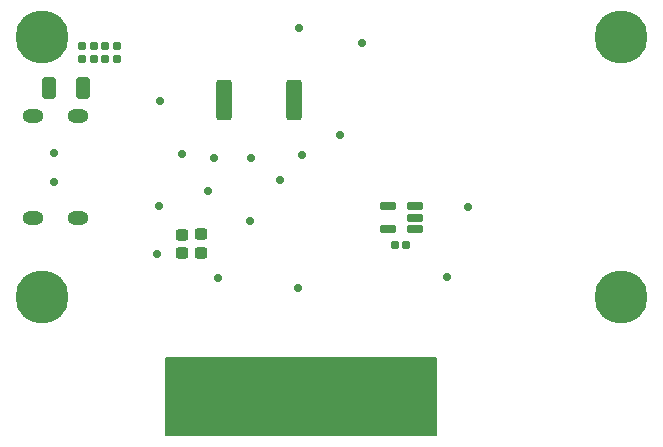
<source format=gbr>
%TF.GenerationSoftware,KiCad,Pcbnew,9.0.2*%
%TF.CreationDate,2026-02-04T23:22:00+01:00*%
%TF.ProjectId,PDNode-600,50444e6f-6465-42d3-9630-302e6b696361,rev?*%
%TF.SameCoordinates,Original*%
%TF.FileFunction,Soldermask,Bot*%
%TF.FilePolarity,Negative*%
%FSLAX46Y46*%
G04 Gerber Fmt 4.6, Leading zero omitted, Abs format (unit mm)*
G04 Created by KiCad (PCBNEW 9.0.2) date 2026-02-04 23:22:00*
%MOMM*%
%LPD*%
G01*
G04 APERTURE LIST*
G04 Aperture macros list*
%AMRoundRect*
0 Rectangle with rounded corners*
0 $1 Rounding radius*
0 $2 $3 $4 $5 $6 $7 $8 $9 X,Y pos of 4 corners*
0 Add a 4 corners polygon primitive as box body*
4,1,4,$2,$3,$4,$5,$6,$7,$8,$9,$2,$3,0*
0 Add four circle primitives for the rounded corners*
1,1,$1+$1,$2,$3*
1,1,$1+$1,$4,$5*
1,1,$1+$1,$6,$7*
1,1,$1+$1,$8,$9*
0 Add four rect primitives between the rounded corners*
20,1,$1+$1,$2,$3,$4,$5,0*
20,1,$1+$1,$4,$5,$6,$7,0*
20,1,$1+$1,$6,$7,$8,$9,0*
20,1,$1+$1,$8,$9,$2,$3,0*%
G04 Aperture macros list end*
%ADD10C,0.150000*%
%ADD11RoundRect,0.160000X0.160000X0.210000X-0.160000X0.210000X-0.160000X-0.210000X0.160000X-0.210000X0*%
%ADD12RoundRect,0.175000X0.537500X0.175000X-0.537500X0.175000X-0.537500X-0.175000X0.537500X-0.175000X0*%
%ADD13RoundRect,0.165000X-0.165000X-0.195000X0.165000X-0.195000X0.165000X0.195000X-0.165000X0.195000X0*%
%ADD14C,0.800000*%
%ADD15C,4.500000*%
%ADD16O,1.800000X1.200000*%
%ADD17RoundRect,0.050000X-0.350000X-1.600000X0.350000X-1.600000X0.350000X1.600000X-0.350000X1.600000X0*%
%ADD18RoundRect,0.050000X-0.350000X-2.150000X0.350000X-2.150000X0.350000X2.150000X-0.350000X2.150000X0*%
%ADD19RoundRect,0.272222X0.340278X0.652778X-0.340278X0.652778X-0.340278X-0.652778X0.340278X-0.652778X0*%
%ADD20C,0.700000*%
%ADD21RoundRect,0.270409X0.392091X1.454591X-0.392091X1.454591X-0.392091X-1.454591X0.392091X-1.454591X0*%
%ADD22RoundRect,0.250000X0.275000X-0.250000X0.275000X0.250000X-0.275000X0.250000X-0.275000X-0.250000X0*%
G04 APERTURE END LIST*
D10*
X12975000Y5875000D02*
X35800000Y5875000D01*
X35800000Y-725000D01*
X12975000Y-725000D01*
X12975000Y5875000D01*
G36*
X12975000Y5875000D02*
G01*
X35800000Y5875000D01*
X35800000Y-725000D01*
X12975000Y-725000D01*
X12975000Y5875000D01*
G37*
D11*
%TO.C,R35*%
X6860000Y31185000D03*
X5840000Y31185000D03*
%TD*%
%TO.C,R33*%
X8800000Y31185000D03*
X7780000Y31185000D03*
%TD*%
%TO.C,R34*%
X6860000Y32225000D03*
X5840000Y32225000D03*
%TD*%
%TO.C,R32*%
X8800000Y32235000D03*
X7780000Y32235000D03*
%TD*%
D12*
%TO.C,U1*%
X34070000Y18675000D03*
X34070000Y17725000D03*
X34070000Y16775000D03*
X31795000Y16775000D03*
X31795000Y18675000D03*
%TD*%
D13*
%TO.C,C31*%
X32365000Y15375000D03*
X33325000Y15375000D03*
%TD*%
D14*
%TO.C,H3*%
X51500000Y31375000D03*
X50333274Y31858274D03*
X52666726Y31858274D03*
X49850000Y33025000D03*
D15*
X51500000Y33025000D03*
D14*
X53150000Y33025000D03*
X50333274Y34191726D03*
X52666726Y34191726D03*
X51500000Y34675000D03*
%TD*%
%TO.C,H1*%
X2500000Y31375000D03*
X1333274Y31858274D03*
X3666726Y31858274D03*
X850000Y33025000D03*
D15*
X2500000Y33025000D03*
D14*
X4150000Y33025000D03*
X1333274Y34191726D03*
X3666726Y34191726D03*
X2500000Y34675000D03*
%TD*%
D16*
%TO.C,J1*%
X5500000Y26345000D03*
X1700000Y26345000D03*
X5500000Y17705000D03*
X1700000Y17705000D03*
%TD*%
D14*
%TO.C,H2*%
X2500000Y9375000D03*
X1333274Y9858274D03*
X3666726Y9858274D03*
X850000Y11025000D03*
D15*
X2500000Y11025000D03*
D14*
X4150000Y11025000D03*
X1333274Y12191726D03*
X3666726Y12191726D03*
X2500000Y12675000D03*
%TD*%
D17*
%TO.C,J2*%
X14750000Y4075000D03*
D18*
X15750000Y3525000D03*
X16750000Y3525000D03*
X17750000Y3525000D03*
X18750000Y3525000D03*
X19750000Y3525000D03*
X20750000Y3525000D03*
X21750000Y3525000D03*
X22750000Y3525000D03*
X23750000Y3525000D03*
X24750000Y3525000D03*
X27750000Y3525000D03*
X28750000Y3525000D03*
X29750000Y3525000D03*
X30750000Y3525000D03*
X31750000Y3525000D03*
X32750000Y3525000D03*
X33750000Y3525000D03*
%TD*%
D19*
%TO.C,R26*%
X5962500Y28700000D03*
X3037500Y28700000D03*
%TD*%
D14*
%TO.C,H4*%
X51500000Y9375000D03*
X50333274Y9858274D03*
X52666726Y9858274D03*
X49850000Y11025000D03*
D15*
X51500000Y11025000D03*
D14*
X53150000Y11025000D03*
X50333274Y12191726D03*
X52666726Y12191726D03*
X51500000Y12675000D03*
%TD*%
D20*
%TO.C,1V8*%
X20070000Y17450000D03*
%TD*%
%TO.C,FB1*%
X27700000Y24700000D03*
%TD*%
%TO.C,VDET1*%
X12350000Y18660000D03*
%TD*%
%TO.C,PDO2*%
X22600000Y20875000D03*
%TD*%
D21*
%TO.C,R9*%
X23762500Y27650000D03*
X17837500Y27650000D03*
%TD*%
D20*
%TO.C,PG1*%
X24200000Y33750000D03*
%TD*%
%TO.C,PMEN1*%
X29600000Y32500000D03*
%TD*%
%TO.C,PDO3*%
X20145990Y22781289D03*
%TD*%
%TO.C,TP24V1*%
X38575000Y18600000D03*
%TD*%
%TO.C,PGY1*%
X36800000Y12725000D03*
%TD*%
%TO.C,3V3*%
X24175000Y11800000D03*
%TD*%
%TO.C,CC2*%
X3500000Y20725000D03*
%TD*%
%TO.C,VOUT1*%
X24500000Y23050000D03*
%TD*%
%TO.C,PDO4*%
X16490000Y19970000D03*
%TD*%
D22*
%TO.C,C20*%
X15910000Y14740000D03*
X15910000Y16290000D03*
%TD*%
D20*
%TO.C,CC1*%
X3500000Y23225000D03*
%TD*%
%TO.C,CN1*%
X14300000Y23100000D03*
%TD*%
D22*
%TO.C,C19*%
X14320000Y14730000D03*
X14320000Y16280000D03*
%TD*%
D20*
%TO.C,CP1*%
X12475000Y27550000D03*
%TD*%
%TO.C,PDO5*%
X17000000Y22775000D03*
%TD*%
%TO.C,3VA1*%
X12180000Y14600000D03*
%TD*%
%TO.C,3VINT1*%
X17400000Y12625000D03*
%TD*%
M02*

</source>
